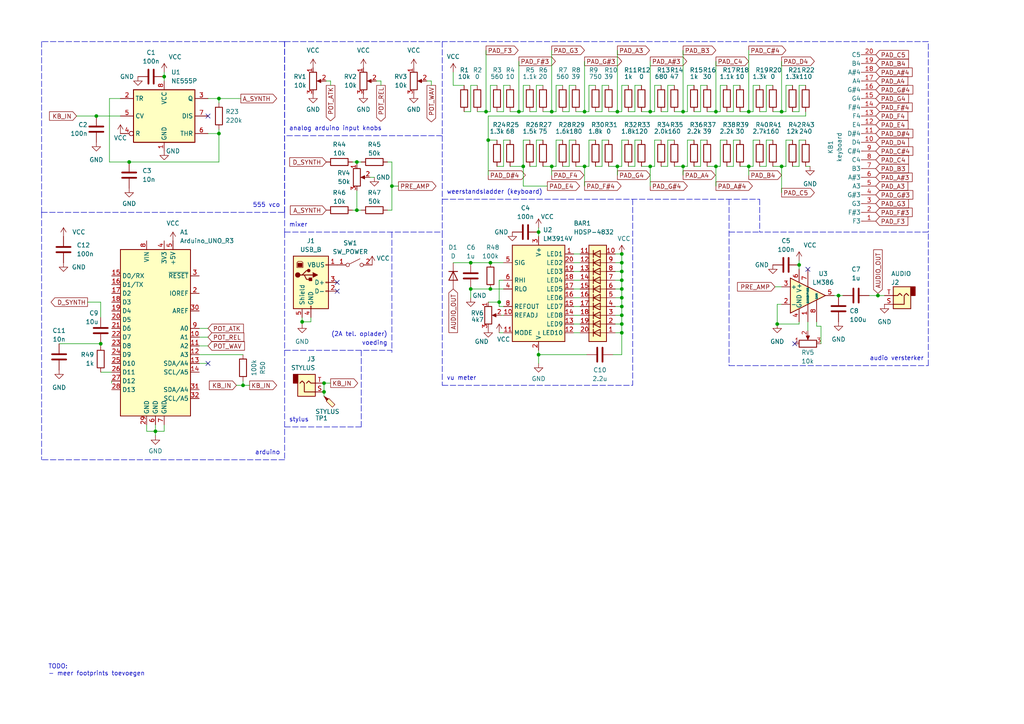
<source format=kicad_sch>
(kicad_sch (version 20211123) (generator eeschema)
  (paper "A4")
  (title_block (title "Stylofoon") (date "2022-02-21") (rev "1") (company "Loek Le Blansch"))
  (junction (at 63.5 28.575))
  (junction (at 254.635 85.725))
  (junction (at 169.545 48.26))
  (junction (at 151.765 48.26))
  (junction (at 217.17 32.385))
  (junction (at 93.98 113.665))
  (junction (at 217.17 48.26))
  (junction (at 180.34 88.9))
  (junction (at 103.505 46.99))
  (junction (at 70.485 111.76))
  (junction (at 180.34 86.36))
  (junction (at 45.085 125.095))
  (junction (at 156.21 67.31))
  (junction (at 169.545 32.385))
  (junction (at 150.495 32.385))
  (junction (at 136.525 83.82))
  (junction (at 144.78 87.63))
  (junction (at 207.645 32.385))
  (junction (at 93.98 111.125))
  (junction (at 103.505 60.96))
  (junction (at 180.34 76.2))
  (junction (at 37.465 46.99))
  (junction (at 188.595 32.385))
  (junction (at 207.645 48.26))
  (junction (at 113.665 53.975))
  (junction (at 160.02 32.385))
  (junction (at 140.97 32.385))
  (junction (at 180.34 73.66))
  (junction (at 142.24 76.2))
  (junction (at 180.34 93.98))
  (junction (at 87.63 93.345))
  (junction (at 179.07 32.385))
  (junction (at 180.34 81.28))
  (junction (at 180.34 78.74))
  (junction (at 136.525 76.2))
  (junction (at 226.695 48.26))
  (junction (at 141.605 40.64))
  (junction (at 188.595 48.26))
  (junction (at 27.94 33.655))
  (junction (at 180.34 96.52))
  (junction (at 156.21 102.87))
  (junction (at 198.12 32.385))
  (junction (at 180.34 91.44))
  (junction (at 226.695 32.385))
  (junction (at 142.24 83.82))
  (junction (at 231.775 76.835))
  (junction (at 243.205 85.725))
  (junction (at 63.5 38.735))
  (junction (at 47.625 22.225))
  (junction (at 29.21 99.695))
  (junction (at 180.34 83.82))
  (junction (at 160.02 48.26))
  (junction (at 198.12 48.26))
  (junction (at 225.425 93.98))
  (junction (at 179.07 48.26))
  (no_connect (at 234.315 78.105))
  (no_connect (at 97.79 84.455))
  (no_connect (at 230.505 99.695))
  (no_connect (at 60.325 105.41))
  (no_connect (at 97.79 81.915))
  (no_connect (at 60.325 33.655))
  (wire (pts (xy 31.75 28.575) (xy 34.925 28.575)))
  (wire (pts (xy 161.29 24.765) (xy 161.29 32.385)))
  (wire (pts (xy 151.765 24.765) (xy 151.765 32.385)))
  (wire (pts (xy 218.44 32.385) (xy 217.17 32.385)))
  (wire (pts (xy 193.675 40.64) (xy 193.675 48.26)))
  (wire (pts (xy 234.95 48.26) (xy 233.68 48.26)))
  (polyline (pts (xy 183.515 57.785) (xy 183.515 111.76)))
  (wire (pts (xy 180.34 83.82) (xy 178.435 83.82)))
  (wire (pts (xy 210.82 24.765) (xy 208.915 24.765)))
  (wire (pts (xy 214.63 24.765) (xy 212.725 24.765)))
  (wire (pts (xy 131.445 76.2) (xy 136.525 76.2)))
  (wire (pts (xy 63.5 29.845) (xy 63.5 28.575)))
  (wire (pts (xy 229.87 24.765) (xy 227.965 24.765)))
  (wire (pts (xy 184.15 24.765) (xy 184.15 32.385)))
  (wire (pts (xy 218.44 40.64) (xy 218.44 48.26)))
  (wire (pts (xy 180.34 24.765) (xy 180.34 32.385)))
  (wire (pts (xy 163.195 24.765) (xy 161.29 24.765)))
  (wire (pts (xy 180.34 78.74) (xy 180.34 81.28)))
  (wire (pts (xy 174.625 32.385) (xy 172.72 32.385)))
  (wire (pts (xy 226.695 32.385) (xy 224.155 32.385)))
  (wire (pts (xy 27.94 33.655) (xy 34.925 33.655)))
  (wire (pts (xy 186.055 48.26) (xy 188.595 48.26)))
  (wire (pts (xy 180.34 88.9) (xy 178.435 88.9)))
  (wire (pts (xy 182.245 40.64) (xy 180.34 40.64)))
  (wire (pts (xy 176.53 24.765) (xy 174.625 24.765)))
  (wire (pts (xy 176.53 32.385) (xy 179.07 32.385)))
  (wire (pts (xy 165.1 48.26) (xy 163.195 48.26)))
  (polyline (pts (xy 128.27 12.065) (xy 128.27 39.37)))
  (wire (pts (xy 210.82 40.64) (xy 208.915 40.64)))
  (wire (pts (xy 103.505 46.99) (xy 104.775 46.99)))
  (wire (pts (xy 205.105 40.64) (xy 203.2 40.64)))
  (wire (pts (xy 163.195 40.64) (xy 161.29 40.64)))
  (wire (pts (xy 188.595 48.26) (xy 189.865 48.26)))
  (polyline (pts (xy 211.455 106.045) (xy 269.24 106.045)))
  (polyline (pts (xy 128.27 67.31) (xy 128.27 111.76)))
  (wire (pts (xy 233.68 40.64) (xy 231.775 40.64)))
  (wire (pts (xy 169.545 17.78) (xy 169.545 32.385)))
  (polyline (pts (xy 269.24 106.045) (xy 269.24 67.31)))
  (wire (pts (xy 184.15 48.26) (xy 182.245 48.26)))
  (wire (pts (xy 95.885 111.125) (xy 93.98 111.125)))
  (wire (pts (xy 227.965 40.64) (xy 227.965 48.26)))
  (polyline (pts (xy 220.345 57.785) (xy 220.345 67.31)))
  (wire (pts (xy 47.625 125.095) (xy 45.085 125.095)))
  (wire (pts (xy 136.525 76.2) (xy 142.24 76.2)))
  (polyline (pts (xy 12.065 12.065) (xy 12.065 61.595)))
  (polyline (pts (xy 211.455 67.31) (xy 220.345 67.31)))
  (polyline (pts (xy 82.55 12.065) (xy 12.065 12.065)))
  (wire (pts (xy 45.085 125.095) (xy 45.085 126.365)))
  (wire (pts (xy 87.63 93.345) (xy 87.63 93.98)))
  (wire (pts (xy 180.34 76.2) (xy 178.435 76.2)))
  (wire (pts (xy 102.235 46.99) (xy 103.505 46.99)))
  (wire (pts (xy 180.34 78.74) (xy 178.435 78.74)))
  (wire (pts (xy 87.63 93.345) (xy 90.17 93.345)))
  (wire (pts (xy 107.315 51.435) (xy 108.585 51.435)))
  (wire (pts (xy 168.275 93.98) (xy 166.37 93.98)))
  (wire (pts (xy 179.07 48.26) (xy 179.07 50.8)))
  (wire (pts (xy 155.575 32.385) (xy 153.67 32.385)))
  (wire (pts (xy 174.625 40.64) (xy 174.625 48.26)))
  (wire (pts (xy 168.275 96.52) (xy 166.37 96.52)))
  (wire (pts (xy 231.775 76.835) (xy 231.775 78.105)))
  (polyline (pts (xy 82.55 61.595) (xy 82.55 12.065)))
  (wire (pts (xy 168.275 88.9) (xy 166.37 88.9)))
  (wire (pts (xy 186.055 24.765) (xy 184.15 24.765)))
  (wire (pts (xy 141.605 40.64) (xy 141.605 50.8)))
  (wire (pts (xy 198.12 32.385) (xy 195.58 32.385)))
  (wire (pts (xy 217.17 48.26) (xy 217.17 50.8)))
  (polyline (pts (xy 82.55 133.35) (xy 12.065 133.35)))
  (wire (pts (xy 136.525 24.765) (xy 136.525 32.385)))
  (wire (pts (xy 252.095 85.725) (xy 254.635 85.725)))
  (wire (pts (xy 226.695 88.265) (xy 225.425 88.265)))
  (wire (pts (xy 180.34 40.64) (xy 180.34 48.26)))
  (polyline (pts (xy 12.065 61.595) (xy 82.55 61.595)))
  (wire (pts (xy 168.275 86.36) (xy 166.37 86.36)))
  (wire (pts (xy 144.145 24.765) (xy 142.24 24.765)))
  (wire (pts (xy 142.24 32.385) (xy 140.97 32.385)))
  (wire (pts (xy 170.815 24.765) (xy 170.815 32.385)))
  (wire (pts (xy 225.425 88.265) (xy 225.425 93.98)))
  (wire (pts (xy 147.955 24.765) (xy 146.05 24.765)))
  (wire (pts (xy 93.98 111.125) (xy 93.98 113.665)))
  (wire (pts (xy 110.49 23.495) (xy 109.22 23.495)))
  (wire (pts (xy 227.965 24.765) (xy 227.965 32.385)))
  (wire (pts (xy 212.725 48.26) (xy 210.82 48.26)))
  (wire (pts (xy 151.765 48.26) (xy 151.765 53.975)))
  (wire (pts (xy 231.775 48.26) (xy 229.87 48.26)))
  (wire (pts (xy 95.885 23.495) (xy 95.885 24.765)))
  (wire (pts (xy 207.645 17.78) (xy 207.645 32.385)))
  (wire (pts (xy 195.58 48.26) (xy 198.12 48.26)))
  (wire (pts (xy 218.44 24.765) (xy 218.44 32.385)))
  (wire (pts (xy 180.34 76.2) (xy 180.34 78.74)))
  (wire (pts (xy 203.2 40.64) (xy 203.2 48.26)))
  (wire (pts (xy 168.275 83.82) (xy 166.37 83.82)))
  (wire (pts (xy 47.625 22.225) (xy 47.625 23.495)))
  (polyline (pts (xy 82.55 123.825) (xy 104.775 123.825)))
  (wire (pts (xy 198.12 14.605) (xy 198.12 32.385)))
  (wire (pts (xy 160.02 32.385) (xy 157.48 32.385)))
  (wire (pts (xy 186.055 40.64) (xy 184.15 40.64)))
  (wire (pts (xy 222.25 24.765) (xy 222.25 32.385)))
  (wire (pts (xy 60.325 28.575) (xy 63.5 28.575)))
  (wire (pts (xy 142.24 83.82) (xy 146.05 83.82)))
  (wire (pts (xy 208.915 40.64) (xy 208.915 48.26)))
  (polyline (pts (xy 269.24 57.785) (xy 269.24 12.065)))
  (wire (pts (xy 165.1 40.64) (xy 165.1 48.26)))
  (wire (pts (xy 207.645 32.385) (xy 205.105 32.385)))
  (wire (pts (xy 203.2 24.765) (xy 203.2 32.385)))
  (wire (pts (xy 177.8 102.87) (xy 180.34 102.87)))
  (wire (pts (xy 168.275 91.44) (xy 166.37 91.44)))
  (wire (pts (xy 32.385 111.125) (xy 32.385 110.49)))
  (wire (pts (xy 254.635 85.09) (xy 254.635 85.725)))
  (wire (pts (xy 201.295 24.765) (xy 199.39 24.765)))
  (wire (pts (xy 180.34 86.36) (xy 178.435 86.36)))
  (wire (pts (xy 131.445 20.955) (xy 131.445 24.765)))
  (polyline (pts (xy 128.27 39.37) (xy 82.55 39.37)))
  (wire (pts (xy 156.21 66.04) (xy 156.21 67.31)))
  (wire (pts (xy 90.17 93.345) (xy 90.17 92.075)))
  (wire (pts (xy 241.935 85.725) (xy 243.205 85.725)))
  (wire (pts (xy 174.625 24.765) (xy 174.625 32.385)))
  (wire (pts (xy 42.545 125.095) (xy 42.545 123.19)))
  (wire (pts (xy 160.02 48.26) (xy 160.02 50.8)))
  (wire (pts (xy 180.34 91.44) (xy 180.34 93.98)))
  (wire (pts (xy 224.79 83.185) (xy 226.695 83.185)))
  (wire (pts (xy 167.005 48.26) (xy 169.545 48.26)))
  (wire (pts (xy 191.77 40.64) (xy 189.865 40.64)))
  (wire (pts (xy 172.72 40.64) (xy 170.815 40.64)))
  (wire (pts (xy 144.78 96.52) (xy 146.05 96.52)))
  (wire (pts (xy 45.085 125.095) (xy 42.545 125.095)))
  (wire (pts (xy 180.34 81.28) (xy 180.34 83.82)))
  (wire (pts (xy 153.67 24.765) (xy 151.765 24.765)))
  (wire (pts (xy 141.605 40.64) (xy 144.145 40.64)))
  (wire (pts (xy 29.21 87.63) (xy 29.21 92.075)))
  (wire (pts (xy 233.68 24.765) (xy 231.775 24.765)))
  (wire (pts (xy 212.725 40.64) (xy 212.725 48.26)))
  (wire (pts (xy 153.67 40.64) (xy 151.765 40.64)))
  (wire (pts (xy 165.1 32.385) (xy 163.195 32.385)))
  (wire (pts (xy 29.21 99.695) (xy 29.21 100.33)))
  (polyline (pts (xy 82.55 61.595) (xy 82.55 67.31)))
  (wire (pts (xy 151.765 40.64) (xy 151.765 48.26)))
  (wire (pts (xy 189.865 24.765) (xy 189.865 32.385)))
  (wire (pts (xy 195.58 24.765) (xy 193.675 24.765)))
  (wire (pts (xy 176.53 48.26) (xy 179.07 48.26)))
  (wire (pts (xy 254.635 85.725) (xy 256.54 85.725)))
  (wire (pts (xy 141.605 33.655) (xy 233.68 33.655)))
  (wire (pts (xy 169.545 48.26) (xy 170.815 48.26)))
  (wire (pts (xy 184.15 40.64) (xy 184.15 48.26)))
  (wire (pts (xy 60.325 100.33) (xy 57.785 100.33)))
  (wire (pts (xy 180.34 83.82) (xy 180.34 86.36)))
  (wire (pts (xy 212.725 24.765) (xy 212.725 32.385)))
  (wire (pts (xy 70.485 111.76) (xy 70.485 110.49)))
  (wire (pts (xy 170.815 40.64) (xy 170.815 48.26)))
  (wire (pts (xy 155.575 40.64) (xy 155.575 48.26)))
  (wire (pts (xy 63.5 38.735) (xy 60.325 38.735)))
  (wire (pts (xy 160.02 14.605) (xy 160.02 32.385)))
  (wire (pts (xy 205.105 24.765) (xy 203.2 24.765)))
  (wire (pts (xy 63.5 28.575) (xy 69.85 28.575)))
  (wire (pts (xy 60.325 97.79) (xy 57.785 97.79)))
  (wire (pts (xy 68.58 111.76) (xy 70.485 111.76)))
  (wire (pts (xy 113.665 60.96) (xy 112.395 60.96)))
  (wire (pts (xy 207.645 48.26) (xy 207.645 53.975)))
  (wire (pts (xy 243.205 85.725) (xy 244.475 85.725)))
  (wire (pts (xy 147.955 48.26) (xy 151.765 48.26)))
  (wire (pts (xy 125.095 23.495) (xy 125.095 24.765)))
  (wire (pts (xy 180.34 81.28) (xy 178.435 81.28)))
  (wire (pts (xy 180.34 73.66) (xy 178.435 73.66)))
  (wire (pts (xy 47.625 20.955) (xy 47.625 22.225)))
  (polyline (pts (xy 128.27 57.785) (xy 220.345 57.785)))
  (wire (pts (xy 217.17 14.605) (xy 217.17 32.385)))
  (wire (pts (xy 191.77 24.765) (xy 189.865 24.765)))
  (polyline (pts (xy 128.27 111.76) (xy 183.515 111.76)))
  (wire (pts (xy 168.275 81.28) (xy 166.37 81.28)))
  (wire (pts (xy 141.605 33.655) (xy 141.605 40.64)))
  (wire (pts (xy 227.965 32.385) (xy 226.695 32.385)))
  (polyline (pts (xy 128.27 39.37) (xy 128.27 67.31)))
  (wire (pts (xy 156.21 102.87) (xy 156.21 105.41)))
  (wire (pts (xy 238.125 99.695) (xy 238.125 94.615)))
  (wire (pts (xy 234.315 95.885) (xy 234.315 93.345)))
  (wire (pts (xy 168.275 73.66) (xy 166.37 73.66)))
  (polyline (pts (xy 82.55 67.31) (xy 128.27 67.31)))
  (wire (pts (xy 231.775 40.64) (xy 231.775 48.26)))
  (wire (pts (xy 146.05 32.385) (xy 144.145 32.385)))
  (wire (pts (xy 63.5 38.735) (xy 63.5 46.99)))
  (wire (pts (xy 63.5 37.465) (xy 63.5 38.735)))
  (wire (pts (xy 222.25 40.64) (xy 222.25 48.26)))
  (wire (pts (xy 150.495 32.385) (xy 147.955 32.385)))
  (polyline (pts (xy 113.665 67.31) (xy 113.665 102.235)))
  (wire (pts (xy 199.39 32.385) (xy 198.12 32.385)))
  (wire (pts (xy 214.63 32.385) (xy 217.17 32.385)))
  (wire (pts (xy 188.595 17.78) (xy 188.595 32.385)))
  (wire (pts (xy 179.07 48.26) (xy 180.34 48.26)))
  (wire (pts (xy 157.48 40.64) (xy 155.575 40.64)))
  (wire (pts (xy 146.05 48.26) (xy 144.145 48.26)))
  (wire (pts (xy 161.29 32.385) (xy 160.02 32.385)))
  (wire (pts (xy 224.155 40.64) (xy 222.25 40.64)))
  (wire (pts (xy 138.43 24.765) (xy 136.525 24.765)))
  (polyline (pts (xy 82.55 12.065) (xy 128.27 12.065)))
  (wire (pts (xy 180.34 93.98) (xy 178.435 93.98)))
  (wire (pts (xy 224.155 24.765) (xy 222.25 24.765)))
  (wire (pts (xy 136.525 83.82) (xy 136.525 86.36)))
  (wire (pts (xy 188.595 32.385) (xy 186.055 32.385)))
  (wire (pts (xy 174.625 48.26) (xy 172.72 48.26)))
  (wire (pts (xy 165.1 24.765) (xy 165.1 32.385)))
  (wire (pts (xy 123.825 23.495) (xy 125.095 23.495)))
  (wire (pts (xy 170.18 102.87) (xy 156.21 102.87)))
  (wire (pts (xy 198.12 48.26) (xy 198.12 50.8)))
  (wire (pts (xy 203.2 32.385) (xy 201.295 32.385)))
  (wire (pts (xy 142.24 76.2) (xy 146.05 76.2)))
  (wire (pts (xy 147.955 40.64) (xy 146.05 40.64)))
  (wire (pts (xy 199.39 24.765) (xy 199.39 32.385)))
  (polyline (pts (xy 269.24 12.065) (xy 128.27 12.065)))
  (wire (pts (xy 103.505 46.99) (xy 103.505 47.625)))
  (wire (pts (xy 212.725 32.385) (xy 210.82 32.385)))
  (wire (pts (xy 203.2 48.26) (xy 201.295 48.26)))
  (wire (pts (xy 199.39 40.64) (xy 199.39 48.26)))
  (wire (pts (xy 150.495 17.78) (xy 150.495 32.385)))
  (wire (pts (xy 31.75 46.99) (xy 37.465 46.99)))
  (wire (pts (xy 155.575 24.765) (xy 155.575 32.385)))
  (wire (pts (xy 168.275 78.74) (xy 166.37 78.74)))
  (wire (pts (xy 151.765 53.975) (xy 158.75 53.975)))
  (polyline (pts (xy 211.455 57.785) (xy 211.455 106.045)))
  (wire (pts (xy 151.765 32.385) (xy 150.495 32.385)))
  (wire (pts (xy 205.105 48.26) (xy 207.645 48.26)))
  (wire (pts (xy 37.465 46.99) (xy 63.5 46.99)))
  (wire (pts (xy 157.48 48.26) (xy 160.02 48.26)))
  (wire (pts (xy 113.665 46.99) (xy 113.665 53.975)))
  (wire (pts (xy 180.34 91.44) (xy 178.435 91.44)))
  (wire (pts (xy 180.34 32.385) (xy 179.07 32.385)))
  (wire (pts (xy 226.695 48.26) (xy 226.695 55.88)))
  (wire (pts (xy 156.21 101.6) (xy 156.21 102.87)))
  (polyline (pts (xy 82.55 67.31) (xy 82.55 133.35)))
  (wire (pts (xy 170.815 32.385) (xy 169.545 32.385)))
  (wire (pts (xy 189.865 40.64) (xy 189.865 48.26)))
  (wire (pts (xy 70.485 111.76) (xy 72.39 111.76)))
  (wire (pts (xy 193.675 24.765) (xy 193.675 32.385)))
  (wire (pts (xy 141.605 87.63) (xy 144.78 87.63)))
  (wire (pts (xy 167.005 40.64) (xy 165.1 40.64)))
  (wire (pts (xy 220.345 40.64) (xy 218.44 40.64)))
  (wire (pts (xy 208.915 32.385) (xy 207.645 32.385)))
  (wire (pts (xy 47.625 123.19) (xy 47.625 125.095)))
  (wire (pts (xy 103.505 60.96) (xy 102.235 60.96)))
  (wire (pts (xy 146.05 40.64) (xy 146.05 48.26)))
  (wire (pts (xy 168.275 76.2) (xy 166.37 76.2)))
  (wire (pts (xy 131.445 24.765) (xy 134.62 24.765)))
  (wire (pts (xy 180.34 96.52) (xy 178.435 96.52)))
  (wire (pts (xy 180.34 88.9) (xy 180.34 91.44)))
  (wire (pts (xy 193.675 48.26) (xy 191.77 48.26)))
  (wire (pts (xy 142.24 24.765) (xy 142.24 32.385)))
  (wire (pts (xy 87.63 92.075) (xy 87.63 93.345)))
  (wire (pts (xy 201.295 40.64) (xy 199.39 40.64)))
  (wire (pts (xy 112.395 46.99) (xy 113.665 46.99)))
  (wire (pts (xy 231.775 24.765) (xy 231.775 32.385)))
  (wire (pts (xy 180.34 93.98) (xy 180.34 96.52)))
  (wire (pts (xy 222.25 32.385) (xy 220.345 32.385)))
  (wire (pts (xy 184.15 32.385) (xy 182.245 32.385)))
  (wire (pts (xy 167.005 24.765) (xy 165.1 24.765)))
  (wire (pts (xy 176.53 40.64) (xy 174.625 40.64)))
  (wire (pts (xy 93.98 113.665) (xy 93.98 114.935)))
  (wire (pts (xy 157.48 24.765) (xy 155.575 24.765)))
  (wire (pts (xy 110.49 24.765) (xy 110.49 23.495)))
  (wire (pts (xy 155.575 48.26) (xy 153.67 48.26)))
  (wire (pts (xy 169.545 32.385) (xy 167.005 32.385)))
  (polyline (pts (xy 269.24 67.31) (xy 220.345 67.31)))
  (wire (pts (xy 31.75 28.575) (xy 31.75 46.99)))
  (wire (pts (xy 188.595 48.26) (xy 188.595 53.975)))
  (wire (pts (xy 225.425 93.98) (xy 231.775 93.98)))
  (wire (pts (xy 238.125 94.615) (xy 236.855 94.615)))
  (wire (pts (xy 57.785 105.41) (xy 60.325 105.41)))
  (wire (pts (xy 140.97 32.385) (xy 138.43 32.385)))
  (wire (pts (xy 103.505 55.245) (xy 103.505 60.96)))
  (wire (pts (xy 198.12 48.26) (xy 199.39 48.26)))
  (wire (pts (xy 136.525 83.82) (xy 142.24 83.82)))
  (wire (pts (xy 231.775 93.98) (xy 231.775 93.345)))
  (wire (pts (xy 214.63 48.26) (xy 217.17 48.26)))
  (wire (pts (xy 144.78 87.63) (xy 144.78 88.9)))
  (wire (pts (xy 146.05 81.28) (xy 144.78 81.28)))
  (polyline (pts (xy 82.55 101.6) (xy 113.665 101.6)))
  (polyline (pts (xy 269.24 57.785) (xy 269.24 67.31)))
  (wire (pts (xy 208.915 24.765) (xy 208.915 32.385)))
  (wire (pts (xy 214.63 40.64) (xy 212.725 40.64)))
  (wire (pts (xy 103.505 60.96) (xy 104.775 60.96)))
  (wire (pts (xy 113.665 53.975) (xy 113.665 60.96)))
  (wire (pts (xy 231.775 75.565) (xy 231.775 76.835)))
  (wire (pts (xy 226.695 48.26) (xy 227.965 48.26)))
  (wire (pts (xy 144.78 81.28) (xy 144.78 87.63)))
  (wire (pts (xy 29.21 107.95) (xy 32.385 107.95)))
  (wire (pts (xy 113.665 53.975) (xy 115.57 53.975)))
  (wire (pts (xy 236.855 94.615) (xy 236.855 93.345)))
  (wire (pts (xy 169.545 48.26) (xy 169.545 53.975)))
  (wire (pts (xy 195.58 40.64) (xy 193.675 40.64)))
  (wire (pts (xy 160.02 48.26) (xy 161.29 48.26)))
  (wire (pts (xy 193.675 32.385) (xy 191.77 32.385)))
  (wire (pts (xy 180.34 73.66) (xy 180.34 76.2)))
  (wire (pts (xy 226.695 17.78) (xy 226.695 32.385)))
  (wire (pts (xy 224.155 48.26) (xy 226.695 48.26)))
  (wire (pts (xy 189.865 32.385) (xy 188.595 32.385)))
  (wire (pts (xy 57.785 102.87) (xy 70.485 102.87)))
  (wire (pts (xy 17.145 99.695) (xy 29.21 99.695)))
  (wire (pts (xy 207.645 48.26) (xy 208.915 48.26)))
  (wire (pts (xy 182.245 24.765) (xy 180.34 24.765)))
  (wire (pts (xy 45.085 123.19) (xy 45.085 125.095)))
  (wire (pts (xy 180.34 96.52) (xy 180.34 102.87)))
  (wire (pts (xy 156.21 67.31) (xy 156.21 68.58)))
  (wire (pts (xy 180.34 86.36) (xy 180.34 88.9)))
  (wire (pts (xy 136.525 32.385) (xy 134.62 32.385)))
  (polyline (pts (xy 12.065 61.595) (xy 12.065 133.35)))
  (wire (pts (xy 231.775 32.385) (xy 229.87 32.385)))
  (polyline (pts (xy 104.775 101.6) (xy 104.775 123.825)))
  (wire (pts (xy 145.415 91.44) (xy 146.05 91.44)))
  (wire (pts (xy 220.345 24.765) (xy 218.44 24.765)))
  (wire (pts (xy 22.225 33.655) (xy 27.94 33.655)))
  (wire (pts (xy 179.07 14.605) (xy 179.07 32.385)))
  (wire (pts (xy 161.29 40.64) (xy 161.29 48.26)))
  (wire (pts (xy 172.72 24.765) (xy 170.815 24.765)))
  (polyline (pts (xy 82.55 61.595) (xy 82.55 12.065)))
  (wire (pts (xy 233.68 32.385) (xy 233.68 33.655)))
  (wire (pts (xy 94.615 23.495) (xy 95.885 23.495)))
  (wire (pts (xy 25.4 87.63) (xy 29.21 87.63)))
  (wire (pts (xy 222.25 48.26) (xy 220.345 48.26)))
  (wire (pts (xy 229.87 40.64) (xy 227.965 40.64)))
  (wire (pts (xy 217.17 48.26) (xy 218.44 48.26)))
  (wire (pts (xy 144.78 88.9) (xy 146.05 88.9)))
  (wire (pts (xy 146.05 24.765) (xy 146.05 32.385)))
  (wire (pts (xy 60.325 95.25) (xy 57.785 95.25)))
  (wire (pts (xy 140.97 14.605) (xy 140.97 32.385)))
  (text "arduino" (at 81.28 132.08 180) (effects (font (size 1.27 1.27)) (justify right bottom)))
  (text "555 vco" (at 81.28 60.325 180) (effects (font (size 1.27 1.27)) (justify right bottom)))
  (text "analog arduino input knobs" (at 83.82 38.1 0) (effects (font (size 1.27 1.27)) (justify left bottom)))
  (text "TODO:\n- meer footprints toevoegen" (at 13.97 196.215 0) (effects (font (size 1.27 1.27)) (justify left bottom)))
  (text "vu meter" (at 129.54 110.49 0) (effects (font (size 1.27 1.27)) (justify left bottom)))
  (text "audio versterker" (at 267.97 104.775 180) (effects (font (size 1.27 1.27)) (justify right bottom)))
  (text "voeding" (at 112.395 100.33 180) (effects (font (size 1.27 1.27)) (justify right bottom)))
  (text "mixer\n" (at 83.82 66.04 0) (effects (font (size 1.27 1.27)) (justify left bottom)))
  (text "(2A tel. oplader)" (at 112.395 97.79 180) (effects (font (size 1.27 1.27)) (justify right bottom)))
  (text "stylus" (at 83.82 122.555 0) (effects (font (size 1.27 1.27)) (justify left bottom)))
  (text "weerstandsladder (keyboard)" (at 129.54 56.515 0) (effects (font (size 1.27 1.27)) (justify left bottom)))
  (global_label "PAD_F#3" (shape output) (at 150.495 17.78 0) (property "Intersheet References" "${INTERSHEET_REFS}" (effects hide)))
  (global_label "POT_ATK" (shape output) (at 95.885 24.765 270) (property "Intersheet References" "${INTERSHEET_REFS}" (effects hide)))
  (global_label "POT_REL" (shape input) (at 60.325 97.79 0) (property "Intersheet References" "${INTERSHEET_REFS}" (effects hide)))
  (global_label "PAD_A3" (shape input) (at 254 53.975 0) (property "Intersheet References" "${INTERSHEET_REFS}" (effects hide)))
  (global_label "A_SYNTH" (shape output) (at 69.85 28.575 0) (property "Intersheet References" "${INTERSHEET_REFS}" (effects hide)))
  (global_label "PAD_A#4" (shape output) (at 207.645 53.975 0) (property "Intersheet References" "${INTERSHEET_REFS}" (effects hide)))
  (global_label "PAD_G3" (shape input) (at 254 59.055 0) (property "Intersheet References" "${INTERSHEET_REFS}" (effects hide)))
  (global_label "PAD_G#3" (shape output) (at 169.545 17.78 0) (property "Intersheet References" "${INTERSHEET_REFS}" (effects hide)))
  (global_label "AUDIO_OUT" (shape input) (at 131.445 83.82 270) (property "Intersheet References" "${INTERSHEET_REFS}" (effects hide)))
  (global_label "PRE_AMP" (shape input) (at 224.79 83.185 180) (property "Intersheet References" "${INTERSHEET_REFS}" (effects hide)))
  (global_label "PAD_B4" (shape output) (at 217.17 50.8 0) (property "Intersheet References" "${INTERSHEET_REFS}" (effects hide)))
  (global_label "PAD_C5" (shape input) (at 254 15.875 0) (property "Intersheet References" "${INTERSHEET_REFS}" (effects hide)))
  (global_label "PAD_A#3" (shape input) (at 254 51.435 0) (property "Intersheet References" "${INTERSHEET_REFS}" (effects hide)))
  (global_label "KB_IN" (shape output) (at 72.39 111.76 0) (property "Intersheet References" "${INTERSHEET_REFS}" (effects hide)))
  (global_label "PAD_A3" (shape output) (at 179.07 14.605 0) (property "Intersheet References" "${INTERSHEET_REFS}" (effects hide)))
  (global_label "POT_ATK" (shape input) (at 60.325 95.25 0) (property "Intersheet References" "${INTERSHEET_REFS}" (effects hide)))
  (global_label "PAD_C#4" (shape output) (at 217.17 14.605 0) (property "Intersheet References" "${INTERSHEET_REFS}" (effects hide)))
  (global_label "AUDIO_OUT" (shape input) (at 254.635 85.09 90) (property "Intersheet References" "${INTERSHEET_REFS}" (effects hide)))
  (global_label "PAD_G#4" (shape input) (at 254 26.035 0) (property "Intersheet References" "${INTERSHEET_REFS}" (effects hide)))
  (global_label "PAD_A#3" (shape output) (at 188.595 17.78 0) (property "Intersheet References" "${INTERSHEET_REFS}" (effects hide)))
  (global_label "PAD_D4" (shape input) (at 254 41.275 0) (property "Intersheet References" "${INTERSHEET_REFS}" (effects hide)))
  (global_label "A_SYNTH" (shape input) (at 94.615 60.96 180) (property "Intersheet References" "${INTERSHEET_REFS}" (effects hide)))
  (global_label "PAD_B3" (shape input) (at 254 48.895 0) (property "Intersheet References" "${INTERSHEET_REFS}" (effects hide)))
  (global_label "PAD_D#4" (shape output) (at 141.605 50.8 0) (property "Intersheet References" "${INTERSHEET_REFS}" (effects hide)))
  (global_label "PAD_F#4" (shape input) (at 254 31.115 0) (property "Intersheet References" "${INTERSHEET_REFS}" (effects hide)))
  (global_label "PRE_AMP" (shape output) (at 115.57 53.975 0) (property "Intersheet References" "${INTERSHEET_REFS}" (effects hide)))
  (global_label "PAD_G#3" (shape input) (at 254 56.515 0) (property "Intersheet References" "${INTERSHEET_REFS}" (effects hide)))
  (global_label "PAD_G#4" (shape output) (at 188.595 53.975 0) (property "Intersheet References" "${INTERSHEET_REFS}" (effects hide)))
  (global_label "PAD_A#4" (shape input) (at 254 20.955 0) (property "Intersheet References" "${INTERSHEET_REFS}" (effects hide)))
  (global_label "KB_IN" (shape input) (at 68.58 111.76 180) (property "Intersheet References" "${INTERSHEET_REFS}" (effects hide)))
  (global_label "PAD_G4" (shape output) (at 179.07 50.8 0) (property "Intersheet References" "${INTERSHEET_REFS}" (effects hide)))
  (global_label "PAD_F4" (shape input) (at 254 33.655 0) (property "Intersheet References" "${INTERSHEET_REFS}" (effects hide)))
  (global_label "PAD_D#4" (shape input) (at 254 38.735 0) (property "Intersheet References" "${INTERSHEET_REFS}" (effects hide)))
  (global_label "POT_WAV" (shape input) (at 60.325 100.33 0) (property "Intersheet References" "${INTERSHEET_REFS}" (effects hide)))
  (global_label "KB_IN" (shape input) (at 22.225 33.655 180) (property "Intersheet References" "${INTERSHEET_REFS}" (effects hide)))
  (global_label "PAD_C4" (shape input) (at 254 46.355 0) (property "Intersheet References" "${INTERSHEET_REFS}" (effects hide)))
  (global_label "PAD_F#4" (shape output) (at 169.545 53.975 0) (property "Intersheet References" "${INTERSHEET_REFS}" (effects hide)))
  (global_label "PAD_F#3" (shape input) (at 254 61.595 0) (property "Intersheet References" "${INTERSHEET_REFS}" (effects hide)))
  (global_label "PAD_B4" (shape input) (at 254 18.415 0) (property "Intersheet References" "${INTERSHEET_REFS}" (effects hide)))
  (global_label "D_SYNTH" (shape output) (at 25.4 87.63 180) (property "Intersheet References" "${INTERSHEET_REFS}" (effects hide)))
  (global_label "KB_IN" (shape output) (at 95.885 111.125 0) (property "Intersheet References" "${INTERSHEET_REFS}" (effects hide)))
  (global_label "PAD_G3" (shape output) (at 160.02 14.605 0) (property "Intersheet References" "${INTERSHEET_REFS}" (effects hide)))
  (global_label "PAD_E4" (shape output) (at 158.75 53.975 0) (property "Intersheet References" "${INTERSHEET_REFS}" (effects hide)))
  (global_label "POT_WAV" (shape output) (at 125.095 24.765 270) (property "Intersheet References" "${INTERSHEET_REFS}" (effects hide)))
  (global_label "PAD_D4" (shape output) (at 226.695 17.78 0) (property "Intersheet References" "${INTERSHEET_REFS}" (effects hide)))
  (global_label "PAD_A4" (shape output) (at 198.12 50.8 0) (property "Intersheet References" "${INTERSHEET_REFS}" (effects hide)))
  (global_label "PAD_C#4" (shape input) (at 254 43.815 0) (property "Intersheet References" "${INTERSHEET_REFS}" (effects hide)))
  (global_label "PAD_B3" (shape output) (at 198.12 14.605 0) (property "Intersheet References" "${INTERSHEET_REFS}" (effects hide)))
  (global_label "D_SYNTH" (shape input) (at 94.615 46.99 180) (property "Intersheet References" "${INTERSHEET_REFS}" (effects hide)))
  (global_label "PAD_F3" (shape output) (at 140.97 14.605 0) (property "Intersheet References" "${INTERSHEET_REFS}" (effects hide)))
  (global_label "PAD_G4" (shape input) (at 254 28.575 0) (property "Intersheet References" "${INTERSHEET_REFS}" (effects hide)))
  (global_label "PAD_C4" (shape output) (at 207.645 17.78 0) (property "Intersheet References" "${INTERSHEET_REFS}" (effects hide)))
  (global_label "PAD_F3" (shape input) (at 254 64.135 0) (property "Intersheet References" "${INTERSHEET_REFS}" (effects hide)))
  (global_label "PAD_E4" (shape input) (at 254 36.195 0) (property "Intersheet References" "${INTERSHEET_REFS}" (effects hide)))
  (global_label "POT_REL" (shape output) (at 110.49 24.765 270) (property "Intersheet References" "${INTERSHEET_REFS}" (effects hide)))
  (global_label "PAD_A4" (shape input) (at 254 23.495 0) (property "Intersheet References" "${INTERSHEET_REFS}" (effects hide)))
  (global_label "PAD_C5" (shape output) (at 226.695 55.88 0) (property "Intersheet References" "${INTERSHEET_REFS}" (effects hide)))
  (global_label "PAD_F4" (shape output) (at 160.02 50.8 0) (property "Intersheet References" "${INTERSHEET_REFS}" (effects hide)))
  (symbol (lib_id "Device:C") (at 43.815 22.225 90) (unit 1)
    (property "Reference" "C1" (at 43.815 15.24 90))
    (property "Value" "100n" (at 43.815 17.78 90))
    (property "Footprint" "Capacitor_THT:C_Disc_D3.0mm_W1.6mm_P2.50mm" (effects hide))
  )
  (symbol (lib_id "Device:R") (at 144.145 44.45 0) (unit 1)
    (property "Reference" "R24" (at 142.875 36.195 0) (effects (justify left)))
    (property "Value" "1.3k" (at 144.145 38.1 0))
    (property "Footprint" "Resistor_THT:R_Axial_DIN0207_L6.3mm_D2.5mm_P10.16mm_Horizontal" (effects hide))
  )
  (symbol (lib_id "power:VCC") (at 180.34 73.66 0) (unit 1)
    (property "Reference" "#PWR0102" (effects hide))
    (property "Value" "VCC" (at 180.975 69.215 0))
  )
  (symbol (lib_id "power:GND") (at 225.425 93.98 0) (unit 1)
    (property "Reference" "#PWR026" (effects hide))
    (property "Value" "GND" (at 225.425 99.06 0))
  )
  (symbol (lib_id "power:GND") (at 156.21 105.41 0) (unit 1)
    (property "Reference" "#PWR028" (effects hide))
    (property "Value" "GND" (at 156.21 109.855 0))
  )
  (symbol (lib_id "Device:C") (at 17.145 103.505 0) (unit 1)
    (property "Reference" "C11" (at 17.145 95.885 0))
    (property "Value" "10n" (at 17.145 98.425 0))
    (property "Footprint" "Capacitor_THT:C_Disc_D3.0mm_W1.6mm_P2.50mm" (effects hide))
  )
  (symbol (lib_id "Device:R") (at 153.67 44.45 0) (unit 1)
    (property "Reference" "R26" (at 152.4 36.195 0) (effects (justify left)))
    (property "Value" "1.5k" (at 153.67 38.1 0))
    (property "Footprint" "Resistor_THT:R_Axial_DIN0207_L6.3mm_D2.5mm_P10.16mm_Horizontal" (effects hide))
  )
  (symbol (lib_id "power:VCC") (at 144.78 96.52 0) (unit 1)
    (property "Reference" "#PWR027" (effects hide))
    (property "Value" "VCC" (at 146.05 98.425 0))
  )
  (symbol (lib_id "power:GND") (at 27.94 41.275 0) (unit 1)
    (property "Reference" "#PWR011" (effects hide))
    (property "Value" "GND" (at 27.94 46.355 0))
  )
  (symbol (lib_id "Device:C") (at 29.21 95.885 0) (unit 1)
    (property "Reference" "C9" (at 28.575 90.805 0) (effects (justify right)))
    (property "Value" "10u" (at 28.575 93.345 0) (effects (justify right)))
    (property "Footprint" "Capacitor_THT:CP_Radial_D10.0mm_P2.50mm" (effects hide))
  )
  (symbol (lib_id "Device:R") (at 153.67 28.575 0) (unit 1)
    (property "Reference" "R5" (at 152.4 20.32 0) (effects (justify left)))
    (property "Value" "1.1k" (at 153.67 22.225 0))
    (property "Footprint" "Resistor_THT:R_Axial_DIN0207_L6.3mm_D2.5mm_P10.16mm_Horizontal" (effects hide))
  )
  (symbol (lib_id "Device:R") (at 167.005 44.45 0) (unit 1)
    (property "Reference" "R29" (at 165.735 36.195 0) (effects (justify left)))
    (property "Value" "180" (at 167.005 38.1 0))
    (property "Footprint" "Resistor_THT:R_Axial_DIN0207_L6.3mm_D2.5mm_P10.16mm_Horizontal" (effects hide))
  )
  (symbol (lib_id "MCU_Module:Arduino_UNO_R3") (at 45.085 95.25 0) (unit 1)
    (property "Reference" "A1" (at 52.1844 67.31 0) (effects (justify left)))
    (property "Value" "Arduino_UNO_R3" (at 52.1844 69.85 0) (effects (justify left)))
    (property "Footprint" "Module:Arduino_UNO_R3" (effects hide))
    (property "Datasheet" "https://www.arduino.cc/en/Main/arduinoBoardUno" (effects hide))
  )
  (symbol (lib_id "power:GND") (at 105.41 27.305 0) (unit 1)
    (property "Reference" "#PWR08" (effects hide))
    (property "Value" "GND" (at 105.41 31.75 0))
  )
  (symbol (lib_id "Connector:AudioJack2") (at 261.62 85.725 180) (unit 1)
    (property "Reference" "J2" (at 258.445 81.915 0) (effects (justify right)))
    (property "Value" "AUDIO" (at 258.445 79.375 0) (effects (justify right)))
    (property "Footprint" "Connector_Audio:Jack_3.5mm_Ledino_KB3SPRS_Horizontal" (effects hide))
  )
  (symbol (lib_id "Device:R_Potentiometer") (at 234.315 99.695 90) (unit 1)
    (property "Reference" "RV5" (at 232.41 102.235 90) (effects (justify right)))
    (property "Value" "10k" (at 232.41 104.775 90) (effects (justify right)))
    (property "Footprint" "keyboard:potm" (effects hide))
  )
  (symbol (lib_id "Device:R") (at 172.72 28.575 0) (unit 1)
    (property "Reference" "R9" (at 170.815 20.32 0) (effects (justify left)))
    (property "Value" "750" (at 172.72 22.225 0))
    (property "Footprint" "Resistor_THT:R_Axial_DIN0207_L6.3mm_D2.5mm_P10.16mm_Horizontal" (effects hide))
  )
  (symbol (lib_id "Device:R") (at 233.68 44.45 0) (unit 1)
    (property "Reference" "R43" (at 232.41 36.195 0) (effects (justify left)))
    (property "Value" "240" (at 233.68 38.1 0))
    (property "Footprint" "Resistor_THT:R_Axial_DIN0207_L6.3mm_D2.5mm_P10.16mm_Horizontal" (effects hide))
  )
  (symbol (lib_id "Device:R") (at 182.245 44.45 0) (unit 1)
    (property "Reference" "R32" (at 180.975 36.195 0) (effects (justify left)))
    (property "Value" "1.8k" (at 182.245 38.1 0))
    (property "Footprint" "Resistor_THT:R_Axial_DIN0207_L6.3mm_D2.5mm_P10.16mm_Horizontal" (effects hide))
  )
  (symbol (lib_id "Device:R") (at 205.105 44.45 0) (unit 1)
    (property "Reference" "R37" (at 203.835 36.195 0) (effects (justify left)))
    (property "Value" "39" (at 205.105 38.1 0))
    (property "Footprint" "Resistor_THT:R_Axial_DIN0207_L6.3mm_D2.5mm_P10.16mm_Horizontal" (effects hide))
  )
  (symbol (lib_id "Connector:TestPoint_Probe") (at 93.98 114.935 270) (unit 1) (on_board no)
    (property "Reference" "TP1" (at 91.44 121.285 90) (effects (justify left)))
    (property "Value" "STYLUS" (at 91.44 119.38 90) (effects (justify left)))
  )
  (symbol (lib_id "power:VCC") (at 156.21 66.04 0) (unit 1)
    (property "Reference" "#PWR016" (effects hide))
    (property "Value" "VCC" (at 158.75 62.865 0))
  )
  (symbol (lib_id "power:GND") (at 45.085 126.365 0) (unit 1)
    (property "Reference" "#PWR030" (effects hide))
    (property "Value" "GND" (at 45.085 130.81 0))
  )
  (symbol (lib_id "Device:C") (at 227.965 76.835 90) (unit 1)
    (property "Reference" "C5" (at 227.965 69.85 90))
    (property "Value" "100n" (at 227.965 72.39 90))
    (property "Footprint" "Capacitor_THT:C_Disc_D3.0mm_W1.6mm_P2.50mm" (effects hide))
  )
  (symbol (lib_id "Device:R") (at 108.585 46.99 90) (unit 1)
    (property "Reference" "R45" (at 108.585 41.91 90))
    (property "Value" "50k" (at 108.585 44.45 90))
    (property "Footprint" "Resistor_THT:R_Axial_DIN0207_L6.3mm_D2.5mm_P10.16mm_Horizontal" (effects hide))
  )
  (symbol (lib_id "Device:R") (at 195.58 44.45 0) (unit 1)
    (property "Reference" "R35" (at 194.31 36.195 0) (effects (justify left)))
    (property "Value" "160" (at 195.58 38.1 0))
    (property "Footprint" "Resistor_THT:R_Axial_DIN0207_L6.3mm_D2.5mm_P10.16mm_Horizontal" (effects hide))
  )
  (symbol (lib_id "Device:R") (at 163.195 44.45 0) (unit 1)
    (property "Reference" "R28" (at 161.925 36.195 0) (effects (justify left)))
    (property "Value" "1.6k" (at 163.195 38.1 0))
    (property "Footprint" "Resistor_THT:R_Axial_DIN0207_L6.3mm_D2.5mm_P10.16mm_Horizontal" (effects hide))
  )
  (symbol (lib_id "Device:R") (at 144.145 28.575 0) (unit 1)
    (property "Reference" "R3" (at 142.875 20.32 0) (effects (justify left)))
    (property "Value" "560" (at 144.145 22.225 0))
    (property "Footprint" "Resistor_THT:R_Axial_DIN0207_L6.3mm_D2.5mm_P10.16mm_Horizontal" (effects hide))
  )
  (symbol (lib_id "Device:R_Potentiometer") (at 120.015 23.495 0) (unit 1)
    (property "Reference" "RV3" (at 118.11 22.225 0) (effects (justify right)))
    (property "Value" "10k" (at 118.11 24.765 0) (effects (justify right)))
    (property "Footprint" "keyboard:potm" (effects hide))
  )
  (symbol (lib_id "Connector:USB_B") (at 90.17 81.915 0) (unit 1)
    (property "Reference" "J1" (at 90.17 69.85 0))
    (property "Value" "USB_B" (at 90.17 72.39 0))
    (property "Footprint" "Connector_USB:USB_B_Lumberg_2411_02_Horizontal" (effects hide))
    (property "Datasheet" " ~" (effects hide))
  )
  (symbol (lib_id "power:VCC") (at 50.165 69.85 0) (unit 1)
    (property "Reference" "#PWR018" (effects hide))
    (property "Value" "VCC" (at 50.165 64.77 0))
  )
  (symbol (lib_id "power:GND") (at 136.525 86.36 0) (unit 1)
    (property "Reference" "#PWR022" (effects hide))
    (property "Value" "GND" (at 139.065 85.725 0))
  )
  (symbol (lib_id "Device:R") (at 29.21 104.14 0) (unit 1)
    (property "Reference" "R49" (at 27.305 102.87 0) (effects (justify right)))
    (property "Value" "1k" (at 27.305 105.41 0) (effects (justify right)))
    (property "Footprint" "Resistor_THT:R_Axial_DIN0207_L6.3mm_D2.5mm_P10.16mm_Horizontal" (effects hide))
  )
  (symbol (lib_id "Device:R") (at 176.53 28.575 0) (unit 1)
    (property "Reference" "R10" (at 175.26 20.32 0) (effects (justify left)))
    (property "Value" "39" (at 176.53 22.225 0))
    (property "Footprint" "Resistor_THT:R_Axial_DIN0207_L6.3mm_D2.5mm_P10.16mm_Horizontal" (effects hide))
  )
  (symbol (lib_id "Device:R") (at 157.48 28.575 0) (unit 1)
    (property "Reference" "R6" (at 156.21 20.32 0) (effects (justify left)))
    (property "Value" "20" (at 157.48 22.225 0))
    (property "Footprint" "Resistor_THT:R_Axial_DIN0207_L6.3mm_D2.5mm_P10.16mm_Horizontal" (effects hide))
  )
  (symbol (lib_id "Connector:AudioJack2") (at 88.9 111.125 0) (mirror x) (unit 1)
    (property "Reference" "J3" (at 91.44 104.14 0) (effects (justify right)))
    (property "Value" "STYLUS" (at 91.44 106.68 0) (effects (justify right)))
    (property "Footprint" "Connector_Audio:Jack_3.5mm_Ledino_KB3SPRS_Horizontal" (effects hide))
  )
  (symbol (lib_id "power:GND") (at 47.625 43.815 0) (unit 1)
    (property "Reference" "#PWR012" (effects hide))
    (property "Value" "GND" (at 50.165 43.815 0))
  )
  (symbol (lib_id "Device:R") (at 201.295 28.575 0) (unit 1)
    (property "Reference" "R15" (at 200.025 20.32 0) (effects (justify left)))
    (property "Value" "1k" (at 201.295 22.225 0))
    (property "Footprint" "Resistor_THT:R_Axial_DIN0207_L6.3mm_D2.5mm_P10.16mm_Horizontal" (effects hide))
  )
  (symbol (lib_id "Device:R_Potentiometer") (at 90.805 23.495 0) (unit 1)
    (property "Reference" "RV1" (at 88.9 22.225 0) (effects (justify right)))
    (property "Value" "10k" (at 88.9 24.765 0) (effects (justify right)))
    (property "Footprint" "keyboard:potm" (effects hide))
  )
  (symbol (lib_id "Device:C") (at 37.465 50.8 0) (unit 1)
    (property "Reference" "C3" (at 41.275 49.5299 0) (effects (justify left)))
    (property "Value" "10n" (at 41.275 52.0699 0) (effects (justify left)))
    (property "Footprint" "Capacitor_THT:C_Disc_D3.0mm_W1.6mm_P2.50mm" (effects hide))
  )
  (symbol (lib_id "power:GND") (at 40.005 22.225 0) (unit 1)
    (property "Reference" "#PWR06" (effects hide))
    (property "Value" "GND" (at 36.83 22.225 0))
  )
  (symbol (lib_id "Device:R") (at 214.63 28.575 0) (unit 1)
    (property "Reference" "R18" (at 213.36 20.32 0) (effects (justify left)))
    (property "Value" "10" (at 214.63 22.225 0))
    (property "Footprint" "Resistor_THT:R_Axial_DIN0207_L6.3mm_D2.5mm_P10.16mm_Horizontal" (effects hide))
  )
  (symbol (lib_id "power:GND") (at 256.54 88.265 0) (unit 1)
    (property "Reference" "#PWR023" (effects hide))
    (property "Value" "GND" (at 256.54 93.345 0))
  )
  (symbol (lib_id "Device:R") (at 157.48 44.45 0) (unit 1)
    (property "Reference" "R27" (at 156.21 36.195 0) (effects (justify left)))
    (property "Value" "75" (at 157.48 38.1 0))
    (property "Footprint" "Resistor_THT:R_Axial_DIN0207_L6.3mm_D2.5mm_P10.16mm_Horizontal" (effects hide))
  )
  (symbol (lib_id "Device:R") (at 182.245 28.575 0) (unit 1)
    (property "Reference" "R11" (at 180.975 20.32 0) (effects (justify left)))
    (property "Value" "1k" (at 182.245 22.225 0))
    (property "Footprint" "Resistor_THT:R_Axial_DIN0207_L6.3mm_D2.5mm_P10.16mm_Horizontal" (effects hide))
  )
  (symbol (lib_id "Device:R") (at 134.62 28.575 0) (unit 1)
    (property "Reference" "R1" (at 133.35 20.32 0) (effects (justify left)))
    (property "Value" "10k" (at 134.62 22.225 0))
    (property "Footprint" "Resistor_THT:R_Axial_DIN0207_L6.3mm_D2.5mm_P10.16mm_Horizontal" (effects hide))
  )
  (symbol (lib_id "Device:D") (at 131.445 80.01 270) (unit 1)
    (property "Reference" "D1" (at 132.715 71.755 90) (effects (justify right)))
    (property "Value" "D" (at 131.445 74.295 90))
    (property "Footprint" "Diode_THT:D_A-405_P7.62mm_Horizontal" (effects hide))
  )
  (symbol (lib_id "Device:R") (at 147.955 44.45 0) (unit 1)
    (property "Reference" "R25" (at 146.685 36.195 0) (effects (justify left)))
    (property "Value" "68" (at 147.955 38.1 0))
    (property "Footprint" "Resistor_THT:R_Axial_DIN0207_L6.3mm_D2.5mm_P10.16mm_Horizontal" (effects hide))
  )
  (symbol (lib_id "power:GND") (at 37.465 54.61 0) (unit 1)
    (property "Reference" "#PWR015" (effects hide))
    (property "Value" "GND" (at 37.465 59.055 0))
  )
  (symbol (lib_id "Driver_LED:LM3914V") (at 156.21 83.82 0) (unit 1)
    (property "Reference" "U2" (at 157.48 66.675 0) (effects (justify left)))
    (property "Value" "LM3914V" (at 157.48 69.215 0) (effects (justify left)))
    (property "Footprint" "keyboard:avans-lm3914v" (effects hide))
    (property "Datasheet" "https://www.ti.com/lit/ds/symlink/lm3914.pdf" (effects hide))
  )
  (symbol (lib_id "Device:R") (at 172.72 44.45 0) (unit 1)
    (property "Reference" "R30" (at 171.45 36.195 0) (effects (justify left)))
    (property "Value" "1.8k" (at 172.72 38.1 0))
    (property "Footprint" "Resistor_THT:R_Axial_DIN0207_L6.3mm_D2.5mm_P10.16mm_Horizontal" (effects hide))
  )
  (symbol (lib_id "Device:R") (at 167.005 28.575 0) (unit 1)
    (property "Reference" "R8" (at 165.735 20.32 0) (effects (justify left)))
    (property "Value" "39" (at 167.005 22.225 0))
    (property "Footprint" "Resistor_THT:R_Axial_DIN0207_L6.3mm_D2.5mm_P10.16mm_Horizontal" (effects hide))
  )
  (symbol (lib_id "power:VCC") (at 107.95 76.835 0) (unit 1)
    (property "Reference" "#PWR020" (effects hide))
    (property "Value" "VCC" (at 111.125 74.93 0))
  )
  (symbol (lib_id "power:GND") (at 120.015 27.305 0) (unit 1)
    (property "Reference" "#PWR09" (effects hide))
    (property "Value" "GND" (at 120.015 31.75 0))
  )
  (symbol (lib_id "power:GND") (at 18.415 76.2 0) (unit 1)
    (property "Reference" "#PWR032" (effects hide))
    (property "Value" "GND" (at 22.86 77.47 0))
  )
  (symbol (lib_id "Device:C") (at 243.205 89.535 0) (unit 1)
    (property "Reference" "C8" (at 246.38 90.17 0) (effects (justify left)))
    (property "Value" "100u" (at 246.38 92.71 0) (effects (justify left)))
    (property "Footprint" "Capacitor_THT:CP_Radial_D10.0mm_P2.50mm" (effects hide))
  )
  (symbol (lib_id "Amplifier_Audio:LM386") (at 234.315 85.725 0) (unit 1)
    (property "Reference" "U3" (at 238.76 79.375 0))
    (property "Value" "LM386" (at 238.76 81.915 0))
    (property "Footprint" "Package_DIP:DIP-8_W7.62mm" (effects hide))
    (property "Datasheet" "http://www.ti.com/lit/ds/symlink/lm386.pdf" (effects hide))
  )
  (symbol (lib_id "power:GND") (at 17.145 107.315 0) (unit 1)
    (property "Reference" "#PWR029" (effects hide))
    (property "Value" "GND" (at 17.145 112.395 0))
  )
  (symbol (lib_id "power:GND") (at 148.59 67.31 0) (unit 1)
    (property "Reference" "#PWR017" (effects hide))
    (property "Value" "GND" (at 145.415 67.31 0))
  )
  (symbol (lib_id "Device:R") (at 214.63 44.45 0) (unit 1)
    (property "Reference" "R39" (at 213.36 36.195 0) (effects (justify left)))
    (property "Value" "30" (at 214.63 38.1 0))
    (property "Footprint" "Resistor_THT:R_Axial_DIN0207_L6.3mm_D2.5mm_P10.16mm_Horizontal" (effects hide))
  )
  (symbol (lib_id "Device:C") (at 152.4 67.31 90) (unit 1)
    (property "Reference" "C4" (at 152.4 60.325 90))
    (property "Value" "100n" (at 152.4 62.865 90))
    (property "Footprint" "Capacitor_THT:C_Disc_D3.0mm_W1.6mm_P2.50mm" (effects hide))
  )
  (symbol (lib_id "Device:R") (at 98.425 46.99 90) (unit 1)
    (property "Reference" "R44" (at 98.425 41.91 90))
    (property "Value" "10k" (at 98.425 44.45 90))
    (property "Footprint" "Resistor_THT:R_Axial_DIN0207_L6.3mm_D2.5mm_P10.16mm_Horizontal" (effects hide))
  )
  (symbol (lib_id "Device:R") (at 191.77 28.575 0) (unit 1)
    (property "Reference" "R13" (at 190.5 20.32 0) (effects (justify left)))
    (property "Value" "680" (at 191.77 22.225 0))
    (property "Footprint" "Resistor_THT:R_Axial_DIN0207_L6.3mm_D2.5mm_P10.16mm_Horizontal" (effects hide))
  )
  (symbol (lib_id "power:GND") (at 87.63 93.98 0) (unit 1)
    (property "Reference" "#PWR025" (effects hide))
    (property "Value" "GND" (at 87.63 99.06 0))
  )
  (symbol (lib_id "Device:C") (at 136.525 80.01 0) (unit 1)
    (property "Reference" "C6" (at 135.255 71.755 0) (effects (justify left)))
    (property "Value" "1u" (at 136.525 74.295 0))
    (property "Footprint" "Capacitor_THT:CP_Radial_D5.0mm_P2.00mm" (effects hide))
  )
  (symbol (lib_id "Device:R") (at 205.105 28.575 0) (unit 1)
    (property "Reference" "R16" (at 203.835 20.32 0) (effects (justify left)))
    (property "Value" "30" (at 205.105 22.225 0))
    (property "Footprint" "Resistor_THT:R_Axial_DIN0207_L6.3mm_D2.5mm_P10.16mm_Horizontal" (effects hide))
  )
  (symbol (lib_id "power:GND") (at 90.805 27.305 0) (unit 1)
    (property "Reference" "#PWR07" (effects hide))
    (property "Value" "GND" (at 90.805 31.75 0))
  )
  (symbol (lib_id "Device:R") (at 210.82 28.575 0) (unit 1)
    (property "Reference" "R17" (at 209.55 20.32 0) (effects (justify left)))
    (property "Value" "1.1k" (at 210.82 22.225 0))
    (property "Footprint" "Resistor_THT:R_Axial_DIN0207_L6.3mm_D2.5mm_P10.16mm_Horizontal" (effects hide))
  )
  (symbol (lib_id "Device:C") (at 248.285 85.725 90) (unit 1)
    (property "Reference" "C7" (at 248.285 78.105 90))
    (property "Value" "1u" (at 248.285 80.645 90))
    (property "Footprint" "Capacitor_THT:CP_Radial_D5.0mm_P2.00mm" (effects hide))
  )
  (symbol (lib_id "Device:R") (at 191.77 44.45 0) (unit 1)
    (property "Reference" "R34" (at 190.5 36.195 0) (effects (justify left)))
    (property "Value" "2.0k" (at 191.77 38.1 0))
    (property "Footprint" "Resistor_THT:R_Axial_DIN0207_L6.3mm_D2.5mm_P10.16mm_Horizontal" (effects hide))
  )
  (symbol (lib_id "power:GND") (at 224.155 76.835 0) (unit 1)
    (property "Reference" "#PWR021" (effects hide))
    (property "Value" "GND" (at 220.98 76.835 0))
  )
  (symbol (lib_id "Device:R") (at 70.485 106.68 0) (unit 1)
    (property "Reference" "R50" (at 76.2 106.68 90))
    (property "Value" "100k" (at 73.66 106.68 90))
    (property "Footprint" "Resistor_THT:R_Axial_DIN0207_L6.3mm_D2.5mm_P10.16mm_Horizontal" (effects hide))
  )
  (symbol (lib_id "Device:R") (at 176.53 44.45 0) (unit 1)
    (property "Reference" "R31" (at 175.26 36.195 0) (effects (justify left)))
    (property "Value" "0" (at 176.53 38.1 0))
    (property "Footprint" "Resistor_THT:R_Axial_DIN0207_L6.3mm_D2.5mm_P10.16mm_Horizontal" (effects hide))
  )
  (symbol (lib_id "Device:R") (at 233.68 28.575 0) (unit 1)
    (property "Reference" "R22" (at 232.41 20.32 0) (effects (justify left)))
    (property "Value" "110" (at 233.68 22.225 0))
    (property "Footprint" "Resistor_THT:R_Axial_DIN0207_L6.3mm_D2.5mm_P10.16mm_Horizontal" (effects hide))
  )
  (symbol (lib_id "Device:R") (at 186.055 28.575 0) (unit 1)
    (property "Reference" "R12" (at 184.785 20.32 0) (effects (justify left)))
    (property "Value" "0" (at 186.055 22.225 0))
    (property "Footprint" "Resistor_THT:R_Axial_DIN0207_L6.3mm_D2.5mm_P10.16mm_Horizontal" (effects hide))
  )
  (symbol (lib_id "Device:R") (at 224.155 28.575 0) (unit 1)
    (property "Reference" "R20" (at 222.885 20.32 0) (effects (justify left)))
    (property "Value" "0" (at 224.155 22.225 0))
    (property "Footprint" "Resistor_THT:R_Axial_DIN0207_L6.3mm_D2.5mm_P10.16mm_Horizontal" (effects hide))
  )
  (symbol (lib_id "power:VCC") (at 18.415 68.58 0) (unit 1)
    (property "Reference" "#PWR031" (effects hide))
    (property "Value" "VCC" (at 22.86 67.31 0))
  )
  (symbol (lib_id "Device:R_Potentiometer") (at 141.605 91.44 0) (unit 1)
    (property "Reference" "RV6" (at 140.335 90.805 0) (effects (justify right)))
    (property "Value" "4k7" (at 140.335 92.71 0) (effects (justify right)))
    (property "Footprint" "Potentiometer_THT:Potentiometer_Piher_PT-10-V10_Vertical" (effects hide))
  )
  (symbol (lib_id "Device:R") (at 201.295 44.45 0) (unit 1)
    (property "Reference" "R36" (at 200.025 36.195 0) (effects (justify left)))
    (property "Value" "2.2k" (at 201.295 38.1 0))
    (property "Footprint" "Resistor_THT:R_Axial_DIN0207_L6.3mm_D2.5mm_P10.16mm_Horizontal" (effects hide))
  )
  (symbol (lib_id "Device:R") (at 163.195 28.575 0) (unit 1)
    (property "Reference" "R7" (at 161.925 20.32 0) (effects (justify left)))
    (property "Value" "560" (at 163.195 22.225 0))
    (property "Footprint" "Resistor_THT:R_Axial_DIN0207_L6.3mm_D2.5mm_P10.16mm_Horizontal" (effects hide))
  )
  (symbol (lib_id "power:GND") (at 243.205 93.345 0) (unit 1)
    (property "Reference" "#PWR024" (effects hide))
    (property "Value" "GND" (at 243.205 98.425 0))
  )
  (symbol (lib_id "power:GND") (at 141.605 95.25 0) (unit 1)
    (property "Reference" "#PWR0101" (effects hide))
    (property "Value" "GND" (at 139.7 99.06 0))
  )
  (symbol (lib_id "Device:R") (at 147.955 28.575 0) (unit 1)
    (property "Reference" "R4" (at 146.685 20.32 0) (effects (justify left)))
    (property "Value" "10" (at 147.955 22.225 0))
    (property "Footprint" "Resistor_THT:R_Axial_DIN0207_L6.3mm_D2.5mm_P10.16mm_Horizontal" (effects hide))
  )
  (symbol (lib_id "Device:R") (at 229.87 44.45 0) (unit 1)
    (property "Reference" "R42" (at 228.6 36.195 0) (effects (justify left)))
    (property "Value" "12k" (at 229.87 38.1 0))
    (property "Footprint" "Resistor_THT:R_Axial_DIN0207_L6.3mm_D2.5mm_P10.16mm_Horizontal" (effects hide))
  )
  (symbol (lib_id "power:VCC") (at 231.775 75.565 0) (unit 1)
    (property "Reference" "#PWR019" (effects hide))
    (property "Value" "VCC" (at 234.95 71.12 0))
  )
  (symbol (lib_id "Device:C") (at 27.94 37.465 0) (unit 1)
    (property "Reference" "C2" (at 25.4 36.195 0) (effects (justify right)))
    (property "Value" "100n" (at 25.4 38.735 0) (effects (justify right)))
    (property "Footprint" "Capacitor_THT:C_Disc_D3.0mm_W1.6mm_P2.50mm" (effects hide))
  )
  (symbol (lib_id "keyboard:keyboard") (at 249.7836 42.672 0) (mirror x) (unit 1)
    (property "Reference" "KB1" (at 240.8936 42.672 90))
    (property "Value" "keyboard" (at 243.4336 42.672 90))
    (property "Footprint" "keyboard:keyboard" (effects hide))
  )
  (symbol (lib_id "Device:R_Potentiometer") (at 103.505 51.435 0) (unit 1)
    (property "Reference" "RV4" (at 101.6 50.165 0) (effects (justify right)))
    (property "Value" "50k" (at 101.6 52.705 0) (effects (justify right)))
    (property "Footprint" "keyboard:potm" (effects hide))
  )
  (symbol (lib_id "LED:HDSP-4832_2") (at 173.355 86.36 180) (unit 1)
    (property "Reference" "BAR1" (at 166.37 64.77 0) (effects (justify right)))
    (property "Value" "HDSP-4832" (at 166.37 67.31 0) (effects (justify right)))
    (property "Footprint" "Display:HDSP-4832" (effects hide))
    (property "Datasheet" "https://docs.broadcom.com/docs/AV02-1798EN" (effects hide))
  )
  (symbol (lib_id "power:GND") (at 108.585 51.435 0) (unit 1)
    (property "Reference" "#PWR014" (effects hide))
    (property "Value" "GND" (at 111.125 51.435 0))
  )
  (symbol (lib_id "power:GND") (at 234.95 48.26 0) (unit 1)
    (property "Reference" "#PWR013" (effects hide))
    (property "Value" "GND" (at 234.95 53.34 0))
  )
  (symbol (lib_id "Device:C") (at 173.99 102.87 270) (unit 1)
    (property "Reference" "C10" (at 173.99 107.315 90))
    (property "Value" "2.2u" (at 173.99 109.855 90))
    (property "Footprint" "Capacitor_THT:CP_Radial_D5.0mm_P2.00mm" (effects hide))
  )
  (symbol (lib_id "Device:R") (at 224.155 44.45 0) (unit 1)
    (property "Reference" "R41" (at 222.885 36.195 0) (effects (justify left)))
    (property "Value" "160" (at 224.155 38.1 0))
    (property "Footprint" "Resistor_THT:R_Axial_DIN0207_L6.3mm_D2.5mm_P10.16mm_Horizontal" (effects hide))
  )
  (symbol (lib_id "Device:R") (at 195.58 28.575 0) (unit 1)
    (property "Reference" "R14" (at 194.31 20.32 0) (effects (justify left)))
    (property "Value" "47" (at 195.58 22.225 0))
    (property "Footprint" "Resistor_THT:R_Axial_DIN0207_L6.3mm_D2.5mm_P10.16mm_Horizontal" (effects hide))
  )
  (symbol (lib_id "power:VCC") (at 34.925 38.735 0) (unit 1)
    (property "Reference" "#PWR010" (effects hide))
    (property "Value" "VCC" (at 34.925 40.005 0))
  )
  (symbol (lib_id "Device:R") (at 138.43 28.575 0) (unit 1)
    (property "Reference" "R2" (at 137.16 20.32 0) (effects (justify left)))
    (property "Value" "0" (at 138.43 22.225 0))
    (property "Footprint" "Resistor_THT:R_Axial_DIN0207_L6.3mm_D2.5mm_P10.16mm_Horizontal" (effects hide))
  )
  (symbol (lib_id "Switch:SW_SPST") (at 102.87 76.835 0) (unit 1)
    (property "Reference" "SW1" (at 101.6 70.485 0))
    (property "Value" "SW_POWER" (at 101.6 73.025 0))
  )
  (symbol (lib_id "Device:R") (at 220.345 44.45 0) (unit 1)
    (property "Reference" "R40" (at 219.075 36.195 0) (effects (justify left)))
    (property "Value" "2.7k" (at 220.345 38.1 0))
    (property "Footprint" "Resistor_THT:R_Axial_DIN0207_L6.3mm_D2.5mm_P10.16mm_Horizontal" (effects hide))
  )
  (symbol (lib_id "Device:R") (at 210.82 44.45 0) (unit 1)
    (property "Reference" "R38" (at 209.55 36.195 0) (effects (justify left)))
    (property "Value" "2.2k" (at 210.82 38.1 0))
    (property "Footprint" "Resistor_THT:R_Axial_DIN0207_L6.3mm_D2.5mm_P10.16mm_Horizontal" (effects hide))
  )
  (symbol (lib_id "power:VCC") (at 131.445 20.955 0) (unit 1)
    (property "Reference" "#PWR05" (effects hide))
    (property "Value" "VCC" (at 131.445 17.145 0) (effects (justify bottom)))
  )
  (symbol (lib_id "Device:R") (at 142.24 80.01 0) (unit 1)
    (property "Reference" "R48" (at 140.97 71.755 0) (effects (justify left)))
    (property "Value" "100k" (at 142.24 74.295 0))
    (property "Footprint" "Resistor_THT:R_Axial_DIN0207_L6.3mm_D2.5mm_P10.16mm_Horizontal" (effects hide))
  )
  (symbol (lib_id "power:VCC") (at 47.625 20.955 0) (unit 1)
    (property "Reference" "#PWR04" (effects hide))
    (property "Value" "VCC" (at 50.8 16.51 0))
  )
  (symbol (lib_id "power:VCC") (at 90.805 19.685 0) (unit 1)
    (property "Reference" "#PWR01" (effects hide))
    (property "Value" "VCC" (at 90.805 14.605 0))
  )
  (symbol (lib_id "Device:C") (at 18.415 72.39 180) (unit 1)
    (property "Reference" "C12" (at 22.225 71.1199 0) (effects (justify right)))
    (property "Value" "100n" (at 22.225 73.6599 0) (effects (justify right)))
    (property "Footprint" "Capacitor_THT:C_Disc_D3.0mm_W1.6mm_P2.50mm" (effects hide))
  )
  (symbol (lib_id "Device:R") (at 229.87 28.575 0) (unit 1)
    (property "Reference" "R21" (at 228.6 20.32 0) (effects (justify left)))
    (property "Value" "1.3k" (at 229.87 22.225 0))
    (property "Footprint" "Resistor_THT:R_Axial_DIN0207_L6.3mm_D2.5mm_P10.16mm_Horizontal" (effects hide))
  )
  (symbol (lib_id "Device:R") (at 108.585 60.96 90) (unit 1)
    (property "Reference" "R47" (at 108.585 55.88 90))
    (property "Value" "50k" (at 108.585 58.42 90))
    (property "Footprint" "Resistor_THT:R_Axial_DIN0207_L6.3mm_D2.5mm_P10.16mm_Horizontal" (effects hide))
  )
  (symbol (lib_id "Device:R_Potentiometer") (at 105.41 23.495 0) (unit 1)
    (property "Reference" "RV2" (at 103.505 22.225 0) (effects (justify right)))
    (property "Value" "10k" (at 103.505 24.765 0) (effects (justify right)))
    (property "Footprint" "keyboard:potm" (effects hide))
  )
  (symbol (lib_id "Timer:NE555P") (at 47.625 33.655 0) (unit 1)
    (property "Reference" "U1" (at 49.6444 20.955 0) (effects (justify left)))
    (property "Value" "NE555P" (at 49.6444 23.495 0) (effects (justify left)))
    (property "Footprint" "Package_DIP:DIP-8_W7.62mm" (effects hide))
    (property "Datasheet" "http://www.ti.com/lit/ds/symlink/ne555.pdf" (effects hide))
  )
  (symbol (lib_id "Device:R") (at 98.425 60.96 90) (unit 1)
    (property "Reference" "R46" (at 98.425 55.88 90))
    (property "Value" "10k" (at 98.425 58.42 90))
    (property "Footprint" "Resistor_THT:R_Axial_DIN0207_L6.3mm_D2.5mm_P10.16mm_Horizontal" (effects hide))
  )
  (symbol (lib_id "Device:R") (at 63.5 33.655 0) (unit 1)
    (property "Reference" "R23" (at 65.405 32.3849 0) (effects (justify left)))
    (property "Value" "220k" (at 65.405 34.9249 0) (effects (justify left)))
    (property "Footprint" "Resistor_THT:R_Axial_DIN0207_L6.3mm_D2.5mm_P10.16mm_Horizontal" (effects hide))
  )
  (symbol (lib_id "power:VCC") (at 105.41 19.685 0) (unit 1)
    (property "Reference" "#PWR02" (effects hide))
    (property "Value" "VCC" (at 105.41 14.605 0))
  )
  (symbol (lib_id "power:VCC") (at 120.015 19.685 0) (unit 1)
    (property "Reference" "#PWR03" (effects hide))
    (property "Value" "VCC" (at 120.015 14.605 0))
  )
  (symbol (lib_id "Device:R") (at 186.055 44.45 0) (unit 1)
    (property "Reference" "R33" (at 184.785 36.195 0) (effects (justify left)))
    (property "Value" "120" (at 186.055 38.1 0))
    (property "Footprint" "Resistor_THT:R_Axial_DIN0207_L6.3mm_D2.5mm_P10.16mm_Horizontal" (effects hide))
  )
  (symbol (lib_id "Device:R") (at 220.345 28.575 0) (unit 1)
    (property "Reference" "R19" (at 219.075 20.32 0) (effects (justify left)))
    (property "Value" "1.3k" (at 220.345 22.225 0))
    (property "Footprint" "Resistor_THT:R_Axial_DIN0207_L6.3mm_D2.5mm_P10.16mm_Horizontal" (effects hide))
  )
)
</source>
